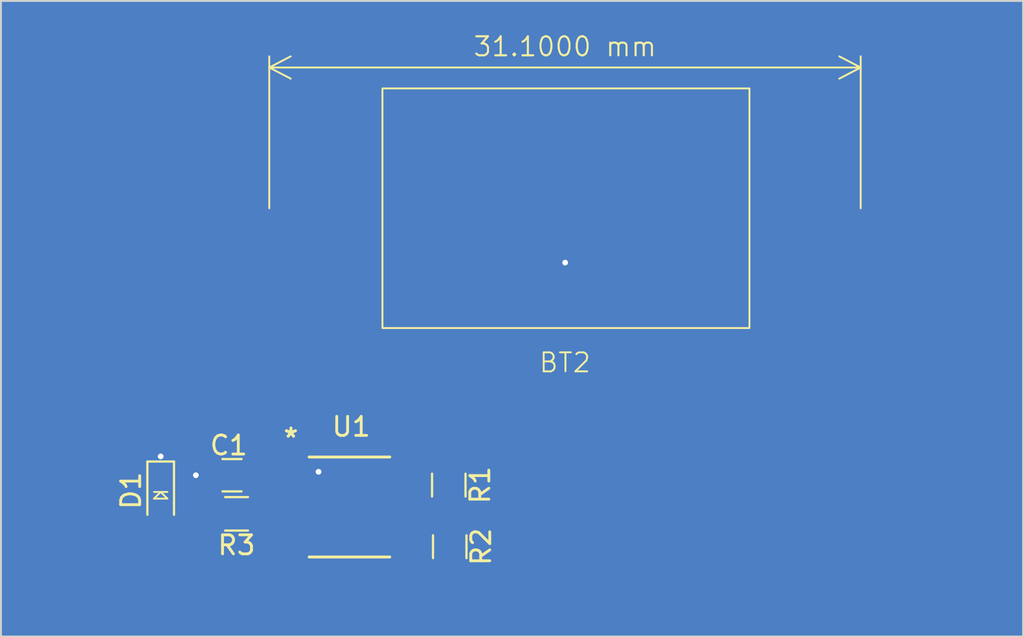
<source format=kicad_pcb>
(kicad_pcb (version 20221018) (generator pcbnew)
  (layers (0 "F.Cu" signal) (31 "B.Cu" signal) (34 "B.Paste" user) (35 "F.Paste" user) (36 "B.SilkS" user "B.Silkscreen") (37 "F.SilkS" user "F.Silkscreen") (38 "B.Mask" user) (39 "F.Mask" user) (44 "Edge.Cuts" user))
  (net 0 "")
  (net 1 "/Battery/Battery+")
  (net 2 "GND")
  (net 3 "Net-(U1-THR)")
  (net 4 "Net-(D1-A)")
  (net 5 "Net-(U1-DISC)")
  (net 6 "Net-(U1-OUTPUT)")
  (footprint "footprints:R_0805_OEM" (layer "F.Cu") (at 133.49 105.5 -90)
    (fp_text reference "R1" (at 0 -1.65 90) (layer "F.SilkS"))
    (fp_text value "R_1K" hide)
    (fp_line (start -0.6 -0.88) (end 0.6 -0.88) (stroke (width 0.12)) (layer "F.SilkS"))
    (fp_line (start 0.6 0.88) (end -0.6 0.88) (stroke (width 0.12)) (layer "F.SilkS"))
    (pad "1" smd rect (at -0.95 0 270) (size 0.7 1.3) (layers "F.Cu" "F.Paste" "F.Mask") (net 1 "/Battery/Battery+"))
    (pad "2" smd rect (at 0.95 0 270) (size 0.7 1.3) (layers "F.Cu" "F.Paste" "F.Mask") (net 5 "Net-(U1-DISC)"))
  )
  (footprint "footprints:R_0805_OEM" (layer "F.Cu") (at 133.54 108.74 -90)
    (fp_text reference "R2" (at 0 -1.65 90) (layer "F.SilkS"))
    (fp_text value "470k" hide)
    (fp_line (start -0.6 -0.88) (end 0.6 -0.88) (stroke (width 0.12)) (layer "F.SilkS"))
    (fp_line (start 0.6 0.88) (end -0.6 0.88) (stroke (width 0.12)) (layer "F.SilkS"))
    (pad "1" smd rect (at -0.95 0 270) (size 0.7 1.3) (layers "F.Cu" "F.Paste" "F.Mask") (net 5 "Net-(U1-DISC)"))
    (pad "2" smd rect (at 0.95 0 270) (size 0.7 1.3) (layers "F.Cu" "F.Paste" "F.Mask") (net 3 "Net-(U1-THR)"))
  )
  (footprint "OEM:BatteryCell" (layer "F.Cu") (at 139.6 91.44)
    (fp_text reference "BT2" (at 0 7.62 unlocked) (layer "F.SilkS") (effects (font (thickness 0.1))))
    (fp_text value "Battery_Cell")
    (fp_rect (start -9.6 -6.8) (end 9.7 5.8) (stroke (width 0.1)) (fill none) (layer "F.SilkS"))
    (dimension (type aligned) (layer "F.SilkS") (pts (xy 124.05 91.44) (xy 155.15 91.44)) (height -7.9) (gr_text "31.1000 mm" (at 139.6 82.44) (layer "F.SilkS") (effects (font (size 1 1) (thickness 0.1)))) (format (prefix "") (suffix "") (units 3) (units_format 1) (precision 4)) (style (thickness 0.1) (arrow_length 1.27) (text_position_mode 0) (extension_height 0.58642) (extension_offset 0.5) keep_text_aligned))
    (pad "1" smd roundrect (at -12.8 0) (size 5.5 5.5) (layers "F.Cu" "F.Paste" "F.Mask") (net 1 "/Battery/Battery+"))
    (pad "2" smd roundrect (at 0 0) (size 4 4) (layers "F.Cu" "F.Paste" "F.Mask") (net 2 "GND"))
    (pad "3" smd roundrect (at 12.8 0) (size 5.5 5.5) (layers "F.Cu" "F.Paste" "F.Mask") (net 1 "/Battery/Battery+"))
  )
  (footprint "footprints:LED_0805_OEM" (layer "F.Cu") (at 118.34 106.06 -90)
    (fp_text reference "D1" (at -0.27 1.56 90) (layer "F.SilkS"))
    (fp_text value "LED" hide)
    (fp_line (start -1.8 -0.7) (end -1.8 0.7) (stroke (width 0.12)) (layer "F.SilkS"))
    (fp_line (start -1.8 -0.7) (end 1 -0.7) (stroke (width 0.12)) (layer "F.SilkS"))
    (fp_line (start -1.8 0.7) (end 1 0.7) (stroke (width 0.12)) (layer "F.SilkS"))
    (fp_line (start -0.2 0) (end -0.2 -0.35) (stroke (width 0.1)) (layer "F.SilkS"))
    (fp_line (start -0.2 0) (end 0.1 -0.3) (stroke (width 0.1)) (layer "F.SilkS"))
    (fp_line (start -0.2 0.35) (end -0.2 0) (stroke (width 0.1)) (layer "F.SilkS"))
    (fp_line (start 0.1 -0.3) (end 0.15 -0.35) (stroke (width 0.1)) (layer "F.SilkS"))
    (fp_line (start 0.15 -0.35) (end 0.15 0.3) (stroke (width 0.1)) (layer "F.SilkS"))
    (fp_line (start 0.15 0.3) (end 0.15 0.35) (stroke (width 0.1)) (layer "F.SilkS"))
    (fp_line (start 0.15 0.35) (end -0.2 0) (stroke (width 0.1)) (layer "F.SilkS"))
    (fp_line (start 0.15 0.35) (end 0.15 0.3) (stroke (width 0.1)) (layer "F.SilkS"))
    (pad "1" smd rect (at -1.1 0 90) (size 1.2 1.2) (layers "F.Cu" "F.Paste" "F.Mask") (net 2 "GND"))
    (pad "2" smd rect (at 1.1 0 90) (size 1.2 1.2) (layers "F.Cu" "F.Paste" "F.Mask") (net 4 "Net-(D1-A)"))
  )
  (footprint "footprints:C_0805_OEM" (layer "F.Cu") (at 122.09 104.98 180)
    (fp_text reference "C1" (at 0.17 1.57) (layer "F.SilkS"))
    (fp_text value "C_1uF" hide)
    (fp_line (start -0.5 0.85) (end 0.5 0.85) (stroke (width 0.12)) (layer "F.SilkS"))
    (fp_line (start 0.5 -0.85) (end -0.5 -0.85) (stroke (width 0.12)) (layer "F.SilkS"))
    (pad "1" smd rect (at -1 0 180) (size 1 1.25) (layers "F.Cu" "F.Paste" "F.Mask") (net 3 "Net-(U1-THR)"))
    (pad "2" smd rect (at 1 0 180) (size 1 1.25) (layers "F.Cu" "F.Paste" "F.Mask") (net 2 "GND"))
  )
  (footprint "footprints:R_0805_OEM" (layer "F.Cu") (at 122.33 107.01 180)
    (fp_text reference "R3" (at 0 -1.65) (layer "F.SilkS"))
    (fp_text value "R_1K" hide)
    (fp_line (start -0.6 -0.88) (end 0.6 -0.88) (stroke (width 0.12)) (layer "F.SilkS"))
    (fp_line (start 0.6 0.88) (end -0.6 0.88) (stroke (width 0.12)) (layer "F.SilkS"))
    (pad "1" smd rect (at -0.95 0 180) (size 0.7 1.3) (layers "F.Cu" "F.Paste" "F.Mask") (net 6 "Net-(U1-OUTPUT)"))
    (pad "2" smd rect (at 0.95 0 180) (size 0.7 1.3) (layers "F.Cu" "F.Paste" "F.Mask") (net 4 "Net-(D1-A)"))
  )
  (footprint "footprints:7555" (layer "F.Cu") (at 128.2668 106.6511)
    (fp_text reference "U1" (at 0.0932 -4.2211 unlocked) (layer "F.SilkS"))
    (fp_text value "7555")
    (fp_text user "*" (at -3.07975 -3.6068) (layer "F.SilkS"))
    (fp_text user "*" (at -3.07975 -3.6068 unlocked) (layer "F.SilkS"))
    (fp_line (start -2.1209 2.6289) (end 2.1209 2.6289) (stroke (width 0.1524)) (layer "F.SilkS"))
    (fp_line (start 2.1209 -2.6289) (end -2.1209 -2.6289) (stroke (width 0.1524)) (layer "F.SilkS"))
    (pad "1" smd rect (at -2.82575 -1.905) (size 1.6637 0.5588) (layers "F.Cu" "F.Paste" "F.Mask") (net 2 "GND"))
    (pad "2" smd rect (at -2.82575 -0.635) (size 1.6637 0.5588) (layers "F.Cu" "F.Paste" "F.Mask") (net 3 "Net-(U1-THR)"))
    (pad "3" smd rect (at -2.82575 0.635) (size 1.6637 0.5588) (layers "F.Cu" "F.Paste" "F.Mask") (net 6 "Net-(U1-OUTPUT)"))
    (pad "4" smd rect (at -2.82575 1.905) (size 1.6637 0.5588) (layers "F.Cu" "F.Paste" "F.Mask") (net 1 "/Battery/Battery+"))
    (pad "5" smd rect (at 2.82575 1.905) (size 1.6637 0.5588) (layers "F.Cu" "F.Paste" "F.Mask"))
    (pad "6" smd rect (at 2.82575 0.635) (size 1.6637 0.5588) (layers "F.Cu" "F.Paste" "F.Mask") (net 3 "Net-(U1-THR)"))
    (pad "7" smd rect (at 2.82575 -0.635) (size 1.6637 0.5588) (layers "F.Cu" "F.Paste" "F.Mask") (net 5 "Net-(U1-DISC)"))
    (pad "8" smd rect (at 2.82575 -1.905) (size 1.6637 0.5588) (layers "F.Cu" "F.Paste" "F.Mask") (net 1 "/Battery/Battery+"))
  )
  (gr_rect (start 109.94 80.04) (end 163.69 113.46) (stroke (width 0.1)) (fill none) (layer "Edge.Cuts"))
  (segment (start 139.29 104.55) (end 133.49 104.55) (width 0.254) (layer "F.Cu") (net 1))
  (segment (start 126.8 91.44) (end 117.413 100.827) (width 0.254) (layer "F.Cu") (net 1))
  (segment (start 117.413 108.003) (end 117.9661 108.5561) (width 0.254) (layer "F.Cu") (net 1))
  (segment (start 117.9661 108.5561) (end 125.44105 108.5561) (width 0.254) (layer "F.Cu") (net 1))
  (segment (start 133.2939 104.7461) (end 133.49 104.55) (width 0.254) (layer "F.Cu") (net 1))
  (segment (start 117.413 100.827) (end 117.413 108.003) (width 0.254) (layer "F.Cu") (net 1))
  (segment (start 131.09255 104.7461) (end 133.2939 104.7461) (width 0.254) (layer "F.Cu") (net 1))
  (segment (start 152.4 91.44) (end 139.29 104.55) (width 0.254) (layer "F.Cu") (net 1))
  (via (at 126.64 104.8) (size 0.7) (drill 0.3) (layers "F.Cu" "B.Cu") (net 2))
  (via (at 139.61 93.8) (size 0.7) (drill 0.3) (layers "F.Cu" "B.Cu") (net 2))
  (via (at 118.34 103.99) (size 0.7) (drill 0.3) (layers "F.Cu" "B.Cu") (net 2))
  (via (at 120.19 104.98) (size 0.7) (drill 0.3) (layers "F.Cu" "B.Cu") (net 2))
  (segment (start 124.1261 106.0161) (end 125.44105 106.0161) (width 0.254) (layer "F.Cu") (net 3))
  (segment (start 132.563 108.2041) (end 132.563 108.713) (width 0.254) (layer "F.Cu") (net 3))
  (segment (start 131.09255 107.2861) (end 130.5401 107.2861) (width 0.254) (layer "F.Cu") (net 3))
  (segment (start 131.645 107.2861) (end 132.563 108.2041) (width 0.254) (layer "F.Cu") (net 3))
  (segment (start 123.09 104.98) (end 124.1261 106.0161) (width 0.254) (layer "F.Cu") (net 3))
  (segment (start 132.563 108.713) (end 133.54 109.69) (width 0.254) (layer "F.Cu") (net 3))
  (segment (start 131.09255 107.2861) (end 131.645 107.2861) (width 0.254) (layer "F.Cu") (net 3))
  (segment (start 130.5401 107.2861) (end 129.2701 106.0161) (width 0.254) (layer "F.Cu") (net 3))
  (segment (start 131.4261 107.2861) (end 131.51 107.37) (width 0.254) (layer "F.Cu") (net 3))
  (segment (start 129.2701 106.0161) (end 125.44105 106.0161) (width 0.254) (layer "F.Cu") (net 3))
  (segment (start 121.23 107.16) (end 121.38 107.01) (width 0.254) (layer "F.Cu") (net 4))
  (segment (start 118.34 107.16) (end 121.23 107.16) (width 0.254) (layer "F.Cu") (net 4))
  (segment (start 133.0561 106.0161) (end 133.49 106.45) (width 0.254) (layer "F.Cu") (net 5))
  (segment (start 133.49 106.45) (end 133.49 107.74) (width 0.254) (layer "F.Cu") (net 5))
  (segment (start 131.09255 106.0161) (end 133.0561 106.0161) (width 0.254) (layer "F.Cu") (net 5))
  (segment (start 133.49 107.74) (end 133.54 107.79) (width 0.254) (layer "F.Cu") (net 5))
  (segment (start 123.28 107.01) (end 125.16495 107.01) (width 0.254) (layer "F.Cu") (net 6))
  (segment (start 125.16495 107.01) (end 125.44105 107.2861) (width 0.254) (layer "F.Cu") (net 6))
  (zone (net 2) (net_name "GND") (layer "B.Cu") (connect_pads (clearance 0.5)) (min_thickness 0.25) (fill yes (thermal_gap 0.5) (thermal_bridge_width 0.5))
    (polygon (pts (xy 109.94 80.04) (xy 163.67 80.04) (xy 163.69 113.45) (xy 109.93 113.44)))
  )
)
</source>
